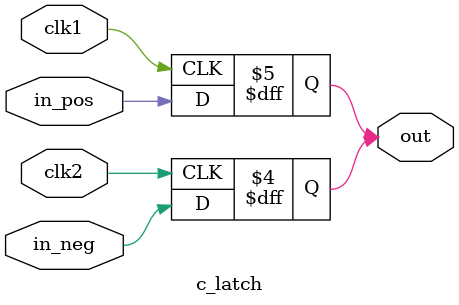
<source format=v>
/*
Complex latch with 2 clock inputs.

Authors: Vladimir Dubikhin.
*/

module c_latch(in_pos, in_neg, clk1, clk2, out);
    input in_pos, in_neg, clk1, clk2;
    output reg out = 0;
    
    always @(posedge clk1)
        out <= in_pos;
    
    always @(negedge clk2)
        out <= in_neg;
    
endmodule

</source>
